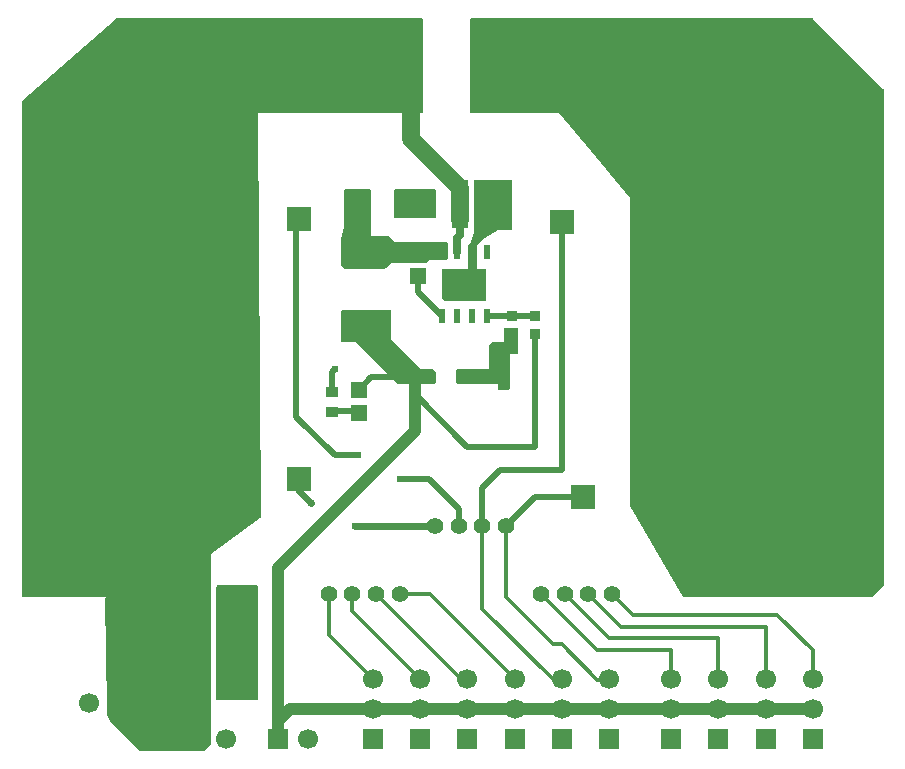
<source format=gtl>
G04 Layer: TopLayer*
G04 EasyEDA v6.5.40, 2024-05-01 13:46:42*
G04 7703e67730494ffebf129c6139567d94,10*
G04 Gerber Generator version 0.2*
G04 Scale: 100 percent, Rotated: No, Reflected: No *
G04 Dimensions in millimeters *
G04 leading zeros omitted , absolute positions ,4 integer and 5 decimal *
%FSLAX45Y45*%
%MOMM*%

%AMMACRO1*21,1,$1,$2,0,0,$3*%
%ADD10C,1.0000*%
%ADD11C,0.3000*%
%ADD12C,0.6000*%
%ADD13C,0.5000*%
%ADD14C,1.5000*%
%ADD15C,0.7000*%
%ADD16R,7.0000X8.0000*%
%ADD17R,6.0000X6.0000*%
%ADD18R,3.5000X2.3500*%
%ADD19MACRO1,1.35X1.41X90.0000*%
%ADD20R,1.0000X0.8999*%
%ADD21MACRO1,1.35X1.41X0.0000*%
%ADD22R,1.3500X1.4100*%
%ADD23R,2.8000X0.8000*%
%ADD24R,2.0000X2.0000*%
%ADD25R,0.6000X1.3000*%
%ADD26R,3.5000X2.5000*%
%ADD27R,1.7000X1.7000*%
%ADD28MACRO1,1.35X1.41X-90.0000*%
%ADD29MACRO1,0.864X0.8065X0.0000*%
%ADD30R,0.8640X0.8065*%
%ADD31C,1.4000*%
%ADD32C,1.7000*%
%ADD33C,0.6100*%
%ADD34C,0.0112*%

%LPD*%
G36*
X3066542Y-1892909D02*
G01*
X3062681Y-1892147D01*
X3059379Y-1889912D01*
X3057144Y-1886610D01*
X3056382Y-1882749D01*
X3056382Y-1653082D01*
X3057144Y-1649171D01*
X3059379Y-1645869D01*
X3062681Y-1643684D01*
X3066542Y-1642922D01*
X3396234Y-1642922D01*
X3400145Y-1643684D01*
X3403396Y-1645869D01*
X3405632Y-1649171D01*
X3406394Y-1653082D01*
X3406394Y-1882749D01*
X3405632Y-1886610D01*
X3403396Y-1889912D01*
X3400145Y-1892147D01*
X3396234Y-1892909D01*
G37*

%LPD*%
G36*
X2635605Y-2317902D02*
G01*
X2631694Y-2317140D01*
X2628442Y-2314905D01*
X2609392Y-2295855D01*
X2607157Y-2292553D01*
X2606395Y-2288692D01*
X2606395Y-2069134D01*
X2606700Y-2066696D01*
X2631236Y-1968500D01*
X2631389Y-1967280D01*
X2631389Y-1653082D01*
X2632151Y-1649171D01*
X2634386Y-1645869D01*
X2637688Y-1643684D01*
X2641549Y-1642922D01*
X2846222Y-1642922D01*
X2850134Y-1643684D01*
X2853436Y-1645869D01*
X2855620Y-1649171D01*
X2856382Y-1653082D01*
X2856382Y-2041906D01*
X2857398Y-2042922D01*
X3002178Y-2042922D01*
X3006090Y-2043684D01*
X3009392Y-2045868D01*
X3055670Y-2092198D01*
X3057398Y-2092909D01*
X3496259Y-2092909D01*
X3500120Y-2093671D01*
X3503422Y-2095855D01*
X3505606Y-2099157D01*
X3506368Y-2103069D01*
X3506368Y-2232761D01*
X3505606Y-2236622D01*
X3503422Y-2239924D01*
X3500120Y-2242108D01*
X3496259Y-2242921D01*
X3357372Y-2242921D01*
X3355695Y-2243582D01*
X3334359Y-2264918D01*
X3331057Y-2267102D01*
X3327196Y-2267915D01*
X3032404Y-2267915D01*
X3030677Y-2268626D01*
X2984347Y-2314905D01*
X2981096Y-2317140D01*
X2977184Y-2317902D01*
G37*

%LPD*%
G36*
X3485591Y-2592882D02*
G01*
X3481730Y-2592120D01*
X3478428Y-2589936D01*
X3459378Y-2570886D01*
X3457143Y-2567584D01*
X3456381Y-2563672D01*
X3456381Y-2328062D01*
X3457143Y-2324150D01*
X3459378Y-2320848D01*
X3462680Y-2318664D01*
X3466541Y-2317902D01*
X3680409Y-2317902D01*
X3681374Y-2316886D01*
X3681374Y-2122119D01*
X3682187Y-2118207D01*
X3684371Y-2114905D01*
X3705555Y-2093722D01*
X3706774Y-2091791D01*
X3731158Y-2018690D01*
X3731412Y-2017064D01*
X3731412Y-1578051D01*
X3732174Y-1574190D01*
X3734358Y-1570888D01*
X3737660Y-1568653D01*
X3741572Y-1567891D01*
X4046220Y-1567891D01*
X4050131Y-1568653D01*
X4053433Y-1570888D01*
X4055618Y-1574190D01*
X4056379Y-1578051D01*
X4056379Y-1982724D01*
X4055618Y-1986635D01*
X4053433Y-1989937D01*
X4050131Y-1992122D01*
X4046220Y-1992884D01*
X3932783Y-1992884D01*
X3930192Y-1993595D01*
X3806951Y-2067560D01*
X3805936Y-2068322D01*
X3757117Y-2117191D01*
X3756406Y-2118918D01*
X3756406Y-2316886D01*
X3757371Y-2317902D01*
X3821226Y-2317902D01*
X3825138Y-2318664D01*
X3828440Y-2320848D01*
X3830624Y-2324150D01*
X3831386Y-2328062D01*
X3831386Y-2582722D01*
X3830624Y-2586634D01*
X3828440Y-2589936D01*
X3825138Y-2592120D01*
X3821226Y-2592882D01*
G37*

%LPD*%
G36*
X3085592Y-3292906D02*
G01*
X3081731Y-3292144D01*
X3078429Y-3289909D01*
X2732125Y-2943606D01*
X2730398Y-2942894D01*
X2616555Y-2942894D01*
X2612644Y-2942132D01*
X2609392Y-2939897D01*
X2607157Y-2936646D01*
X2606395Y-2932734D01*
X2606395Y-2678074D01*
X2607157Y-2674162D01*
X2609392Y-2670860D01*
X2612644Y-2668676D01*
X2616555Y-2667914D01*
X3021228Y-2667914D01*
X3025140Y-2668676D01*
X3028442Y-2670860D01*
X3030626Y-2674162D01*
X3031388Y-2678074D01*
X3031388Y-2916885D01*
X3032099Y-2918612D01*
X3280664Y-3167176D01*
X3282391Y-3167888D01*
X3377184Y-3167888D01*
X3381095Y-3168650D01*
X3384346Y-3170885D01*
X3403396Y-3189935D01*
X3405632Y-3193237D01*
X3406394Y-3197098D01*
X3406394Y-3282746D01*
X3405632Y-3286607D01*
X3403396Y-3289909D01*
X3400145Y-3292144D01*
X3396234Y-3292906D01*
G37*

%LPD*%
G36*
X3941572Y-3342894D02*
G01*
X3937660Y-3342132D01*
X3934358Y-3339896D01*
X3932174Y-3336645D01*
X3931412Y-3332734D01*
X3931412Y-3293872D01*
X3930396Y-3292906D01*
X3591560Y-3292906D01*
X3587648Y-3292144D01*
X3584346Y-3289909D01*
X3582162Y-3286607D01*
X3581400Y-3282746D01*
X3581400Y-3178048D01*
X3582162Y-3174187D01*
X3584346Y-3170885D01*
X3587648Y-3168650D01*
X3591560Y-3167888D01*
X3855415Y-3167888D01*
X3856380Y-3166872D01*
X3856380Y-2972104D01*
X3857142Y-2968193D01*
X3859377Y-2964942D01*
X3878427Y-2945892D01*
X3881729Y-2943656D01*
X3885590Y-2942894D01*
X3980383Y-2942894D01*
X3981399Y-2941878D01*
X3981399Y-2828036D01*
X3982161Y-2824175D01*
X3984345Y-2820873D01*
X3987647Y-2818688D01*
X3991559Y-2817876D01*
X4096258Y-2817876D01*
X4100118Y-2818688D01*
X4103420Y-2820873D01*
X4105605Y-2824175D01*
X4106418Y-2828036D01*
X4106418Y-3032760D01*
X4105605Y-3036620D01*
X4103420Y-3039922D01*
X4100118Y-3042107D01*
X4096258Y-3042920D01*
X4032402Y-3042920D01*
X4031386Y-3043885D01*
X4031386Y-3332734D01*
X4030624Y-3336645D01*
X4028440Y-3339896D01*
X4025137Y-3342132D01*
X4021226Y-3342894D01*
G37*

%LPD*%
G36*
X5505856Y-5100015D02*
G01*
X5502351Y-5099354D01*
X5499303Y-5097627D01*
X5497068Y-5094935D01*
X5051348Y-4327347D01*
X5050332Y-4324908D01*
X5049977Y-4322267D01*
X5049977Y-1725980D01*
X5049520Y-1724406D01*
X4725060Y-1325067D01*
X4450791Y-1000912D01*
X4449013Y-999998D01*
X3710178Y-999998D01*
X3706266Y-999236D01*
X3702964Y-997000D01*
X3700779Y-993749D01*
X3700018Y-989837D01*
X3700018Y-210159D01*
X3700779Y-206248D01*
X3702964Y-202996D01*
X3706266Y-200761D01*
X3710178Y-199999D01*
X6595770Y-199999D01*
X6599681Y-200761D01*
X6602984Y-202996D01*
X7196988Y-797001D01*
X7199223Y-800303D01*
X7199985Y-804214D01*
X7199985Y-4995773D01*
X7199223Y-4999685D01*
X7196988Y-5002987D01*
X7102957Y-5097018D01*
X7099655Y-5099202D01*
X7095794Y-5100015D01*
G37*

%LPD*%
G36*
X1560169Y-5974994D02*
G01*
X1556258Y-5974232D01*
X1552956Y-5971997D01*
X1550771Y-5968695D01*
X1550009Y-5964834D01*
X1550009Y-5010150D01*
X1550771Y-5006238D01*
X1552956Y-5002987D01*
X1556258Y-5000752D01*
X1560169Y-4999990D01*
X1889861Y-4999990D01*
X1893722Y-5000752D01*
X1897024Y-5002987D01*
X1899208Y-5006238D01*
X1900021Y-5010150D01*
X1900021Y-5964834D01*
X1899208Y-5968695D01*
X1897024Y-5971997D01*
X1893722Y-5974232D01*
X1889861Y-5974994D01*
G37*

%LPD*%
G36*
X904189Y-6399987D02*
G01*
X900328Y-6399225D01*
X897026Y-6396990D01*
X651154Y-6151168D01*
X649274Y-6148527D01*
X625856Y-6101740D01*
X624840Y-6098032D01*
X620014Y-6039612D01*
X610057Y-5103926D01*
X610870Y-5100015D01*
X-89814Y-5100015D01*
X-93726Y-5099202D01*
X-97028Y-5097018D01*
X-99212Y-5093716D01*
X-99974Y-5089855D01*
X-99974Y-904595D01*
X-99110Y-900430D01*
X-96520Y-896975D01*
X697128Y-202488D01*
X700227Y-200660D01*
X703834Y-199999D01*
X3289808Y-199999D01*
X3293719Y-200761D01*
X3297021Y-202996D01*
X3299206Y-206248D01*
X3300018Y-210159D01*
X3300018Y-989837D01*
X3299206Y-993749D01*
X3297021Y-997000D01*
X3293719Y-999236D01*
X3289808Y-999998D01*
X1901037Y-999998D01*
X1900021Y-1001014D01*
X1924964Y-4419803D01*
X1924456Y-4422952D01*
X1923034Y-4425797D01*
X1920798Y-4428083D01*
X1500022Y-4735118D01*
X1500022Y-6345783D01*
X1499209Y-6349644D01*
X1497025Y-6352946D01*
X1452981Y-6396990D01*
X1449679Y-6399225D01*
X1445768Y-6399987D01*
G37*

%LPD*%
D10*
X2874995Y-6049987D02*
G01*
X6599984Y-6049987D01*
X2072995Y-6299987D02*
G01*
X2072995Y-6151989D01*
X2174996Y-6049987D01*
X2874995Y-6049987D01*
X3230816Y-3237318D02*
G01*
X3230816Y-3694170D01*
X2072995Y-4851991D01*
X2072995Y-6299987D01*
D11*
X3099993Y-5074991D02*
G01*
X3353996Y-5074991D01*
X4074993Y-5795987D01*
X2899994Y-5074991D02*
G01*
X3620990Y-5795987D01*
X3674993Y-5795987D01*
X2699994Y-5074991D02*
G01*
X2699994Y-5220987D01*
X3274994Y-5795987D01*
X2499995Y-5074991D02*
G01*
X2499995Y-5420987D01*
X2874995Y-5795987D01*
D12*
X2349995Y-4299991D02*
G01*
X2250008Y-4200004D01*
X2250008Y-4099991D01*
X3399990Y-4499990D02*
G01*
X2724988Y-4499990D01*
X2724988Y-4499990D01*
D13*
X3599990Y-4499990D02*
G01*
X3599990Y-4349986D01*
X3349998Y-4099991D01*
X3099993Y-4099991D01*
D14*
X3613492Y-1903897D02*
G01*
X3613492Y-1637197D01*
D13*
X3840416Y-2719920D02*
G01*
X4246816Y-2717634D01*
X3256216Y-2384897D02*
G01*
X3256216Y-2520020D01*
X3456365Y-2719920D01*
D15*
X3586492Y-2179993D02*
G01*
X3586492Y-2062797D01*
X3613492Y-2035797D01*
X3613492Y-1903897D01*
D13*
X2756377Y-3542903D02*
G01*
X2741371Y-3527897D01*
X2531399Y-3527897D01*
X2531399Y-3357897D02*
G01*
X2531399Y-3192891D01*
X2556390Y-3167895D01*
X2756377Y-3342878D02*
G01*
X2861947Y-3237316D01*
X3230816Y-3237316D01*
X3800091Y-4500115D02*
G01*
X3800091Y-4175000D01*
X3949948Y-4024884D01*
X4474977Y-4024884D01*
X4474977Y-1924989D01*
X4474997Y-1924989D01*
X2750007Y-3899992D02*
G01*
X2549984Y-3899992D01*
X2225042Y-3575050D01*
X2225042Y-1899920D01*
X2249934Y-1899920D01*
X3230879Y-3237229D02*
G01*
X3230879Y-3380994D01*
X3674872Y-3824986D01*
X4246879Y-3824986D01*
X4246879Y-2868168D01*
D14*
X3613505Y-1637207D02*
G01*
X3199891Y-1223594D01*
X3199891Y-599950D01*
X2899915Y-599950D01*
D11*
X4700015Y-5074920D02*
G01*
X4975097Y-5350002D01*
X6199886Y-5350002D01*
X6199886Y-5846063D01*
X4500118Y-5074920D02*
G01*
X4875275Y-5450078D01*
X5800090Y-5450078D01*
X5800090Y-5796026D01*
X4299965Y-5074920D02*
G01*
X4774945Y-5549900D01*
X5400040Y-5549900D01*
X5400040Y-5796026D01*
X3999991Y-4500118D02*
G01*
X3999991Y-5100065D01*
X4400041Y-5499862D01*
X4474972Y-5499862D01*
X4774945Y-5800089D01*
X4870958Y-5800089D01*
X4875022Y-5796026D01*
D13*
X3999991Y-4499990D02*
G01*
X4249978Y-4250004D01*
X4650003Y-4250004D01*
D11*
X3800093Y-4500118D02*
G01*
X3800093Y-5199887D01*
X4395977Y-5796026D01*
X4474972Y-5796026D01*
X4899913Y-5074920D02*
G01*
X5074920Y-5249926D01*
X6299961Y-5249926D01*
X6599936Y-5549900D01*
X6599936Y-5796026D01*
D16*
G01*
X2899994Y-599998D03*
G01*
X4099991Y-599998D03*
D17*
G01*
X6699986Y-1099997D03*
G01*
X6699986Y-2299995D03*
G01*
X6699986Y-3499993D03*
G01*
X6699986Y-4699990D03*
G01*
X399999Y-4699990D03*
G01*
X399999Y-3499993D03*
G01*
X399999Y-2299995D03*
G01*
X399999Y-1099997D03*
D18*
G01*
X2799994Y-2802509D03*
G01*
X2799994Y-2197506D03*
D19*
G01*
X1625000Y-5074991D03*
G01*
X1424995Y-5074991D03*
D20*
G01*
X2524988Y-3364992D03*
G01*
X2524988Y-3534994D03*
D19*
G01*
X1625000Y-5899988D03*
G01*
X1424995Y-5899988D03*
G01*
X1625000Y-5624990D03*
G01*
X1424995Y-5624990D03*
G01*
X1625000Y-5349989D03*
G01*
X1424995Y-5349989D03*
D21*
G01*
X3256216Y-2384821D03*
D22*
G01*
X3256229Y-2184806D03*
D23*
G01*
X3738829Y-3237331D03*
G01*
X3230829Y-3237331D03*
D24*
G01*
X2736392Y-1767890D03*
G01*
X3176397Y-1767890D03*
D21*
G01*
X2756395Y-3542896D03*
D22*
G01*
X2756408Y-3342894D03*
D24*
G01*
X2250008Y-4099991D03*
G01*
X2250008Y-1899996D03*
G01*
X4474997Y-1924989D03*
G01*
X4650003Y-4250004D03*
D25*
G01*
X3459505Y-2719984D03*
G01*
X3586505Y-2719984D03*
G01*
X3713505Y-2719984D03*
G01*
X3840505Y-2719984D03*
G01*
X3840505Y-2180005D03*
G01*
X3713505Y-2180005D03*
G01*
X3586505Y-2180005D03*
G01*
X3459505Y-2180005D03*
D26*
G01*
X3649979Y-2450007D03*
D27*
G01*
X1372996Y-6299987D03*
G01*
X2072995Y-6299987D03*
D28*
G01*
X3613490Y-1903895D03*
G01*
X3813495Y-1903895D03*
G01*
X3613490Y-1637195D03*
G01*
X3813495Y-1637195D03*
D29*
G01*
X4246892Y-2868220D03*
D30*
G01*
X4246905Y-2717571D03*
D29*
G01*
X4056392Y-2717570D03*
D30*
G01*
X4056405Y-2868218D03*
D31*
G01*
X4299965Y-5074920D03*
G01*
X4499965Y-5074920D03*
G01*
X4699965Y-5074920D03*
G01*
X4899964Y-5074920D03*
D32*
G01*
X2875000Y-5796000D03*
G01*
X2875000Y-6050000D03*
D27*
G01*
X2875000Y-6304000D03*
D32*
G01*
X3274999Y-5796000D03*
G01*
X3274999Y-6050000D03*
D27*
G01*
X3274999Y-6304000D03*
D32*
G01*
X4474997Y-5796000D03*
G01*
X4474997Y-6050000D03*
D27*
G01*
X4474997Y-6304000D03*
D32*
G01*
X4874996Y-5796000D03*
G01*
X4874996Y-6050000D03*
D27*
G01*
X4874996Y-6304000D03*
D32*
G01*
X3674999Y-5796000D03*
G01*
X3674999Y-6050000D03*
D27*
G01*
X3674999Y-6304000D03*
D32*
G01*
X4074998Y-5796000D03*
G01*
X4074998Y-6050000D03*
D27*
G01*
X4074998Y-6304000D03*
D32*
G01*
X1626996Y-6299987D03*
D31*
G01*
X3399993Y-4499990D03*
G01*
X3599992Y-4499990D03*
G01*
X3799992Y-4499990D03*
G01*
X3999991Y-4499990D03*
D32*
G01*
X724992Y-5999987D03*
G01*
X474979Y-5999987D03*
D31*
G01*
X2499995Y-5074996D03*
G01*
X2699994Y-5074996D03*
G01*
X2899994Y-5074996D03*
G01*
X3099993Y-5074996D03*
D32*
G01*
X2326995Y-6299987D03*
G01*
X5399989Y-5796000D03*
G01*
X5399989Y-6050000D03*
D27*
G01*
X5399989Y-6304000D03*
D32*
G01*
X5799988Y-5796000D03*
G01*
X5799988Y-6050000D03*
D27*
G01*
X5799988Y-6304000D03*
D32*
G01*
X6199987Y-5796000D03*
G01*
X6199987Y-6050000D03*
D27*
G01*
X6199987Y-6304000D03*
D32*
G01*
X6599986Y-5796000D03*
G01*
X6599986Y-6050000D03*
D27*
G01*
X6599986Y-6304000D03*
D33*
G01*
X3981399Y-3192906D03*
G01*
X3981399Y-3292906D03*
G01*
X3981399Y-3092907D03*
G01*
X4056405Y-2992907D03*
G01*
X2556383Y-3167887D03*
G01*
X3899992Y-399999D03*
G01*
X4099991Y-399999D03*
G01*
X4299991Y-399999D03*
G01*
X4299991Y-599998D03*
G01*
X4099991Y-599998D03*
G01*
X3899992Y-599998D03*
G01*
X3899992Y-799998D03*
G01*
X4099991Y-799998D03*
G01*
X4299991Y-799998D03*
G01*
X2750007Y-3899992D03*
G01*
X3099993Y-4099991D03*
G01*
X2350008Y-4299991D03*
G01*
X2724988Y-4499990D03*
G01*
X3350006Y-1699996D03*
G01*
X3350006Y-1799996D03*
G01*
X3999991Y-1624990D03*
G01*
X3999991Y-1775002D03*
G01*
X3999991Y-1924989D03*
G01*
X2699994Y-399999D03*
G01*
X2899994Y-399999D03*
G01*
X3099993Y-399999D03*
G01*
X3099993Y-599998D03*
G01*
X2899994Y-599998D03*
G01*
X2699994Y-599998D03*
G01*
X2699994Y-799998D03*
G01*
X2899994Y-799998D03*
G01*
X3099993Y-799998D03*
G01*
X250012Y-950010D03*
G01*
X550011Y-950010D03*
G01*
X250012Y-1250010D03*
G01*
X550011Y-1250010D03*
G01*
X399999Y-1099997D03*
G01*
X399999Y-2299995D03*
G01*
X550011Y-2450007D03*
G01*
X250012Y-2450007D03*
G01*
X550011Y-2150008D03*
G01*
X250012Y-2150008D03*
G01*
X399999Y-3499993D03*
G01*
X550011Y-3650005D03*
G01*
X250012Y-3650005D03*
G01*
X550011Y-3350005D03*
G01*
X250012Y-3350005D03*
G01*
X399999Y-4699990D03*
G01*
X550011Y-4850003D03*
G01*
X250012Y-4850003D03*
G01*
X550011Y-4550003D03*
G01*
X250012Y-4550003D03*
G01*
X6549999Y-950010D03*
G01*
X6849999Y-950010D03*
G01*
X6849999Y-1250010D03*
G01*
X6549999Y-1250010D03*
G01*
X6699986Y-1099997D03*
G01*
X6699986Y-2299995D03*
G01*
X6549999Y-2450007D03*
G01*
X6849999Y-2450007D03*
G01*
X6849999Y-2150008D03*
G01*
X6549999Y-2150008D03*
G01*
X6699986Y-3499993D03*
G01*
X6549999Y-3650005D03*
G01*
X6849999Y-3650005D03*
G01*
X6849999Y-3350005D03*
G01*
X6549999Y-3350005D03*
G01*
X6699986Y-4699990D03*
G01*
X6549999Y-4850003D03*
G01*
X6849999Y-4850003D03*
G01*
X6849999Y-4550003D03*
G01*
X6549999Y-4550003D03*
G01*
X4681296Y-281304D03*
G01*
X4681296Y-581304D03*
G01*
X4681296Y-881303D03*
G01*
X4681296Y-1181303D03*
G01*
X4981295Y-281304D03*
G01*
X4981295Y-581304D03*
G01*
X4981295Y-881303D03*
G01*
X4981295Y-1181303D03*
G01*
X4981295Y-1481302D03*
G01*
X5281295Y-281304D03*
G01*
X5281295Y-581304D03*
G01*
X5281295Y-881303D03*
G01*
X5281295Y-1181303D03*
G01*
X5281295Y-1481302D03*
G01*
X5281295Y-1781302D03*
G01*
X5281295Y-2081301D03*
G01*
X5281295Y-2381300D03*
G01*
X5281295Y-2681300D03*
G01*
X5281295Y-2981299D03*
G01*
X5281295Y-3281298D03*
G01*
X5281295Y-3581298D03*
G01*
X5281295Y-3881297D03*
G01*
X5281295Y-4181297D03*
G01*
X5281295Y-4481296D03*
G01*
X5581294Y-281304D03*
G01*
X5581294Y-581304D03*
G01*
X5581294Y-881303D03*
G01*
X5581294Y-1181303D03*
G01*
X5581294Y-1481302D03*
G01*
X5581294Y-1781302D03*
G01*
X5581294Y-2081301D03*
G01*
X5581294Y-2381300D03*
G01*
X5581294Y-2681300D03*
G01*
X5581294Y-2981299D03*
G01*
X5581294Y-3281298D03*
G01*
X5581294Y-3581298D03*
G01*
X5581294Y-3881297D03*
G01*
X5581294Y-4181297D03*
G01*
X5581294Y-4481296D03*
G01*
X5581294Y-4781295D03*
G01*
X5881293Y-281304D03*
G01*
X5881293Y-581304D03*
G01*
X5881293Y-881303D03*
G01*
X5881293Y-1181303D03*
G01*
X5881293Y-1481302D03*
G01*
X5881293Y-1781302D03*
G01*
X5881293Y-2081301D03*
G01*
X5881293Y-2381300D03*
G01*
X5881293Y-2681300D03*
G01*
X5881293Y-2981299D03*
G01*
X5881293Y-3281298D03*
G01*
X5881293Y-3581298D03*
G01*
X5881293Y-3881297D03*
G01*
X5881293Y-4181297D03*
G01*
X5881293Y-4481296D03*
G01*
X5881293Y-4781295D03*
G01*
X6181293Y-281304D03*
G01*
X6181293Y-581304D03*
G01*
X6181293Y-881303D03*
G01*
X6181293Y-1181303D03*
G01*
X6181293Y-1481302D03*
G01*
X6181293Y-1781302D03*
G01*
X6181293Y-2081301D03*
G01*
X6181293Y-2381300D03*
G01*
X6181293Y-2681300D03*
G01*
X6181293Y-2981299D03*
G01*
X6181293Y-3281298D03*
G01*
X6181293Y-3581298D03*
G01*
X6181293Y-3881297D03*
G01*
X6181293Y-4181297D03*
G01*
X6181293Y-4481296D03*
G01*
X6181293Y-4781295D03*
G01*
X6481292Y-281304D03*
G01*
X6481292Y-581304D03*
G01*
X6481292Y-1481302D03*
G01*
X6481292Y-1781302D03*
G01*
X6481292Y-2681300D03*
G01*
X6481292Y-2981299D03*
G01*
X6481292Y-3881297D03*
G01*
X6481292Y-4181297D03*
G01*
X6781291Y-581304D03*
G01*
X6781291Y-1481302D03*
G01*
X6781291Y-1781302D03*
G01*
X6781291Y-2681300D03*
G01*
X6781291Y-2981299D03*
G01*
X6781291Y-3881297D03*
G01*
X6781291Y-4181297D03*
G01*
X7081291Y-881303D03*
G01*
X7081291Y-1181303D03*
G01*
X7081291Y-1481302D03*
G01*
X7081291Y-1781302D03*
G01*
X7081291Y-2081301D03*
G01*
X7081291Y-2381300D03*
G01*
X7081291Y-2681300D03*
G01*
X7081291Y-2981299D03*
G01*
X7081291Y-3281298D03*
G01*
X7081291Y-3581298D03*
G01*
X7081291Y-3881297D03*
G01*
X7081291Y-4181297D03*
G01*
X7081291Y-4481296D03*
G01*
X7081291Y-4781295D03*
G01*
X-18694Y-1181303D03*
G01*
X-18694Y-1481302D03*
G01*
X-18694Y-1781302D03*
G01*
X-18694Y-2081301D03*
G01*
X-18694Y-2381300D03*
G01*
X-18694Y-2681300D03*
G01*
X-18694Y-2981299D03*
G01*
X-18694Y-3281298D03*
G01*
X-18694Y-3581298D03*
G01*
X-18694Y-3881297D03*
G01*
X-18694Y-4181297D03*
G01*
X-18694Y-4481296D03*
G01*
X-18694Y-4781295D03*
G01*
X281304Y-1481302D03*
G01*
X281304Y-1781302D03*
G01*
X281304Y-2681300D03*
G01*
X281304Y-2981299D03*
G01*
X281304Y-3881297D03*
G01*
X281304Y-4181297D03*
G01*
X581304Y-581304D03*
G01*
X581304Y-1481302D03*
G01*
X581304Y-1781302D03*
G01*
X581304Y-2681300D03*
G01*
X581304Y-2981299D03*
G01*
X581304Y-3881297D03*
G01*
X581304Y-4181297D03*
G01*
X881303Y-281304D03*
G01*
X881303Y-581304D03*
G01*
X881303Y-881303D03*
G01*
X881303Y-1181303D03*
G01*
X881303Y-1481302D03*
G01*
X881303Y-1781302D03*
G01*
X881303Y-2081301D03*
G01*
X881303Y-2381300D03*
G01*
X881303Y-2681300D03*
G01*
X881303Y-2981299D03*
G01*
X881303Y-3281298D03*
G01*
X881303Y-3581298D03*
G01*
X881303Y-3881297D03*
G01*
X881303Y-4181297D03*
G01*
X881303Y-4481296D03*
G01*
X881303Y-4781295D03*
G01*
X1181303Y-281304D03*
G01*
X1181303Y-581304D03*
G01*
X1181303Y-881303D03*
G01*
X1181303Y-1181303D03*
G01*
X1181303Y-1481302D03*
G01*
X1181303Y-1781302D03*
G01*
X1181303Y-2081301D03*
G01*
X1181303Y-2381300D03*
G01*
X1181303Y-2681300D03*
G01*
X1181303Y-2981299D03*
G01*
X1181303Y-3281298D03*
G01*
X1181303Y-3581298D03*
G01*
X1181303Y-3881297D03*
G01*
X1181303Y-4181297D03*
G01*
X1181303Y-4481296D03*
G01*
X1181303Y-4781295D03*
G01*
X1481302Y-281304D03*
G01*
X1481302Y-581304D03*
G01*
X1481302Y-881303D03*
G01*
X1481302Y-1181303D03*
G01*
X1481302Y-1481302D03*
G01*
X1481302Y-1781302D03*
G01*
X1481302Y-2081301D03*
G01*
X1481302Y-2381300D03*
G01*
X1481302Y-2681300D03*
G01*
X1481302Y-2981299D03*
G01*
X1481302Y-3281298D03*
G01*
X1481302Y-3581298D03*
G01*
X1481302Y-3881297D03*
G01*
X1481302Y-4181297D03*
G01*
X1481302Y-4481296D03*
G01*
X1781302Y-281304D03*
G01*
X1781302Y-581304D03*
G01*
X1781302Y-881303D03*
G01*
X1781302Y-1181303D03*
G01*
X1781302Y-1481302D03*
G01*
X1781302Y-1781302D03*
G01*
X1781302Y-2081301D03*
G01*
X1781302Y-2381300D03*
G01*
X1781302Y-2681300D03*
G01*
X1781302Y-2981299D03*
G01*
X1781302Y-3281298D03*
G01*
X1781302Y-3581298D03*
G01*
X1781302Y-3881297D03*
G01*
X1781302Y-4181297D03*
G01*
X2081301Y-281304D03*
G01*
X2081301Y-581304D03*
G01*
X2081301Y-881303D03*
G01*
X2381300Y-281304D03*
G01*
X2381300Y-581304D03*
G01*
X2381300Y-881303D03*
G01*
X1850009Y-5099989D03*
G01*
X1850009Y-5274995D03*
G01*
X1850009Y-5474995D03*
G01*
X1850009Y-5674995D03*
G01*
X1850009Y-5874994D03*
M02*

</source>
